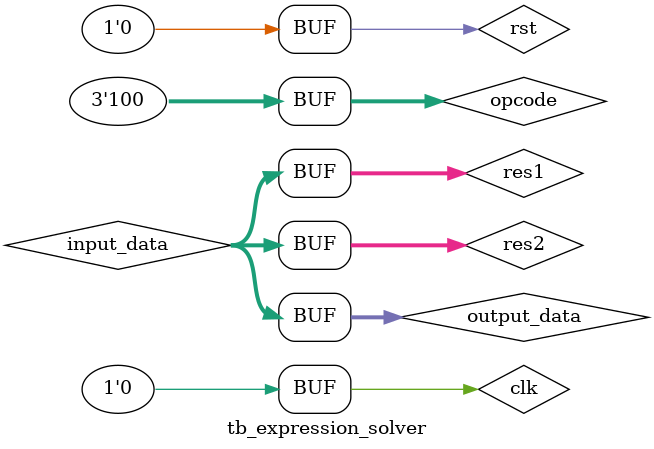
<source format=v>
module tb_expression_solver;
    parameter N = 16;
    parameter STACK_SIZE = 16;
    reg [N-1:0] input_data;
    reg [2:0] opcode;
    reg clk;
    reg rst;
    wire [N-1:0] output_data;
    wire overflow;
    
    reg[N-1:0] res1,res2,res3;

    STACK_BASED_ALU #(N, STACK_SIZE) uut (
        .input_data(input_data),
        .opcode(opcode),
        .output_data(output_data),
        .overflow(overflow),
        .clk(clk),
        .rst(rst)
    );

    initial begin
        // Initialize clock and reset
        clk = 0;
        rst = 1;
        #10 rst = 0;

        // Push 2
        input_data = 16'd2;
        opcode = 3'b110; // PUSH
        #10 clk = ~clk; #10 clk = ~clk;

        // Push 3
        input_data = 16'd3;
        opcode = 3'b110; // PUSH
        #10 clk = ~clk; #10 clk = ~clk;

        // Multiply (2 * 3)
        opcode = 3'b101; // Multiply
        #10 clk = ~clk; #10 clk = ~clk;
        
        res1 = output_data;

        // Push 10
        input_data = 16'd10;
        opcode = 3'b110; // PUSH
        #10 clk = ~clk; #10 clk = ~clk;

        // Push 4
        input_data = 16'd4;
        opcode = 3'b110; // PUSH
        #10 clk = ~clk; #10 clk = ~clk;

        // Add (10 + 4)
        opcode = 3'b100; // Addition
        #10 clk = ~clk; #10 clk = ~clk;

        //Push 14
        input_data = output_data;
        opcode = 3'b110;
        #10 clk = ~clk; #10 clk = ~clk;
        
        // Push 3
        input_data = 16'd3;
        opcode = 3'b110; // PUSH
        #10 clk = ~clk; #10 clk = ~clk;

        // Add (14 + 3)
        opcode = 3'b100; // Addition
        #10 clk = ~clk; #10 clk = ~clk;
        
        //Push 17
        input_data = output_data;
        opcode = 3'b110;
        #10 clk = ~clk; #10 clk = ~clk;

        // Push -20 (two's complement representation of -20 for 8-bit is 236)
        input_data = 16'hFFEC;
        opcode = 3'b110; // PUSH
        #10 clk = ~clk; #10 clk = ~clk;

        // Multiply (17 * -20)
        opcode = 3'b101; // Multiply
        #10 clk = ~clk; #10 clk = ~clk;
        
        res2 = output_data;
        

        // Push 6
        input_data = 16'd6;
        opcode = 3'b110; // PUSH
        #10 clk = ~clk; #10 clk = ~clk;

        // Push 5
        input_data = 16'd5;
        opcode = 3'b110; // PUSH
        #10 clk = ~clk; #10 clk = ~clk;

        // Add (6 + 5)
        opcode = 3'b100; // Addition
        #10 clk = ~clk; #10 clk = ~clk;
        
        //Push 11
        input_data = output_data;
        opcode = 3'b110;
        #10 clk = ~clk; #10 clk = ~clk;
        
        //Push 6
        input_data = res1;
        opcode = 3'b110;
        #10 clk = ~clk; #10 clk = ~clk;
        
        // Add (6 + 11)
        opcode = 3'b100; // Addition
        #10 clk = ~clk; #10 clk = ~clk;
        
        //Push 17
        input_data = output_data;
        opcode = 3'b110;
        #10 clk = ~clk; #10 clk = ~clk;
        
        //Push -340
        input_data = res2;
        opcode = 3'b110;
        #10 clk = ~clk; #10 clk = ~clk;
        
        // Add (-340 + 17)
        opcode = 3'b100; // Addition
        #10 clk = ~clk; #10 clk = ~clk;
      
    end
endmodule




</source>
